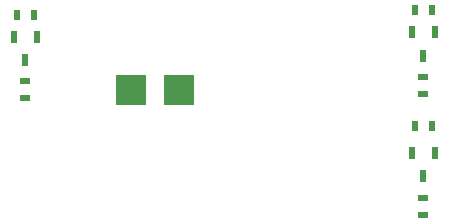
<source format=gbp>
G04*
G04 #@! TF.GenerationSoftware,Altium Limited,Altium Designer,21.3.2 (30)*
G04*
G04 Layer_Color=128*
%FSTAX25Y25*%
%MOIN*%
G70*
G04*
G04 #@! TF.SameCoordinates,B4C271EC-4B27-40F8-A0F4-B21306F732D5*
G04*
G04*
G04 #@! TF.FilePolarity,Positive*
G04*
G01*
G75*
%ADD21R,0.03543X0.02165*%
%ADD70R,0.02165X0.03543*%
%ADD71R,0.09843X0.09843*%
%ADD72R,0.02362X0.03937*%
D21*
X0678Y0382054D02*
D03*
Y0376346D02*
D03*
X05454Y0415472D02*
D03*
Y0421181D02*
D03*
X067807Y0416791D02*
D03*
Y04225D02*
D03*
D70*
X0680954Y0406D02*
D03*
X0675246D02*
D03*
X0542535Y0443281D02*
D03*
X0548243D02*
D03*
X0675177Y04448D02*
D03*
X0680885D02*
D03*
D71*
X0580689Y04182D02*
D03*
X0596437D02*
D03*
D72*
X0678058Y0389381D02*
D03*
X0681798Y0397255D02*
D03*
X0674318D02*
D03*
X05454Y042802D02*
D03*
X054914Y0435894D02*
D03*
X0541659D02*
D03*
X0678042Y0429445D02*
D03*
X0681782Y0437319D02*
D03*
X0674302D02*
D03*
M02*

</source>
